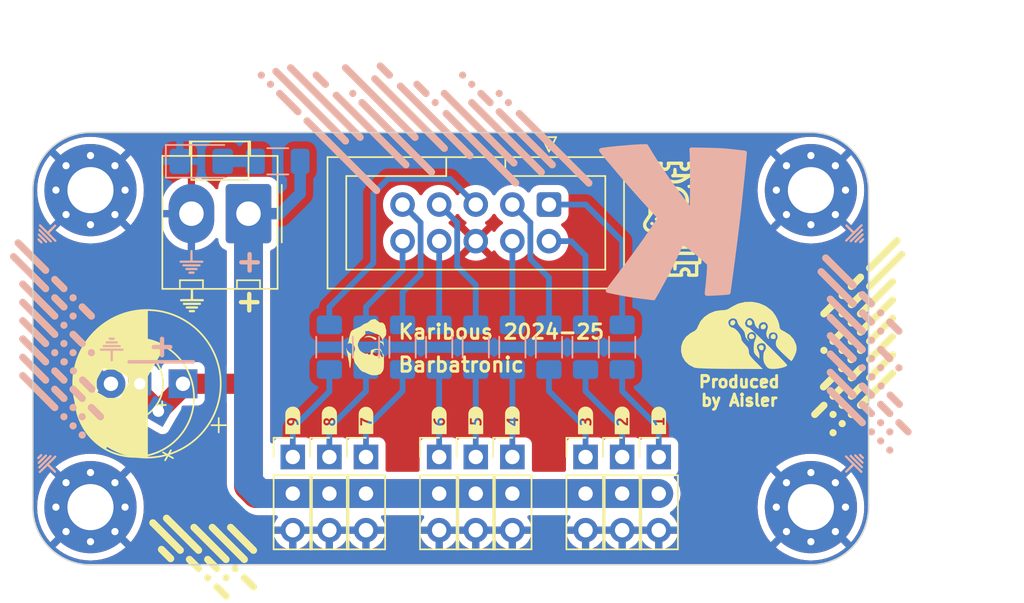
<source format=kicad_pcb>
(kicad_pcb (version 20240108) (generator "pcbnew") (generator_version "8.0")
  (title_block (title "Servo Adaptator") (date "2025-01-25") (rev "1") (company "Les Karibous") (comment 1 "Barbatronic") (comment 2 "Produced by Aisler"))
  (layers (0 "F.Cu" signal) (31 "B.Cu" signal) (34 "B.Paste" user) (35 "F.Paste" user) (36 "B.SilkS" user "B.Silkscreen") (37 "F.SilkS" user "F.Silkscreen") (38 "B.Mask" user) (39 "F.Mask" user) (44 "Edge.Cuts" user))
  (net 0 "")
  (net 1 "+5VP")
  (net 2 "GND")
  (net 3 "Net-(D1-A)")
  (net 4 "C_Act1-5")
  (net 5 "C_Act1-9")
  (net 6 "C_Act1-1")
  (net 7 "C_Act1-8")
  (net 8 "C_Act1-2")
  (net 9 "C_Act1-7")
  (net 10 "C_Act1-6")
  (net 11 "C_Act1-4")
  (net 12 "C_Act1-3")
  (net 13 "Net-(J3-Pin_1)")
  (net 14 "Net-(J4-Pin_1)")
  (net 15 "Net-(J5-Pin_1)")
  (net 16 "Net-(J6-Pin_1)")
  (net 17 "Net-(J7-Pin_1)")
  (net 18 "Net-(J8-Pin_1)")
  (net 19 "Net-(J9-Pin_1)")
  (net 20 "Net-(J10-Pin_1)")
  (net 21 "Net-(J11-Pin_1)")
  (footprint "kibuzzard-67951A22" (layer "F.Cu") (at 66.04 93.98 90)
    (property "Reference" "kibuzzard-67951A22" (hide yes))
    (property "Value" "G***" (hide yes))
  )
  (footprint "kibuzzard-67951A0B" (layer "F.Cu") (at 86.36 93.98 90)
    (property "Reference" "kibuzzard-67951A0B" (hide yes))
    (property "Value" "G***" (hide yes))
  )
  (footprint "MountingHole:MountingHole_3.2mm_M3_Pad_Via" (layer "F.Cu") (at 102 78)
    (property "Reference" "H1" (hide yes))
    (property "Value" "MountingHole_Pad" (hide yes))
    (pad "1" thru_hole circle (at -2.4 0) (size 0.8 0.8) (drill 0.5) (layers "*.Cu" "*.Mask") (net 2 "GND"))
    (pad "1" thru_hole circle (at -1.697056 -1.697056) (size 0.8 0.8) (drill 0.5) (layers "*.Cu" "*.Mask") (net 2 "GND"))
    (pad "1" thru_hole circle (at -1.697056 1.697056) (size 0.8 0.8) (drill 0.5) (layers "*.Cu" "*.Mask") (net 2 "GND"))
    (pad "1" thru_hole circle (at 0 -2.4) (size 0.8 0.8) (drill 0.5) (layers "*.Cu" "*.Mask") (net 2 "GND"))
    (pad "1" thru_hole circle (at 0 0) (size 6.4 6.4) (drill 3.2) (layers "*.Cu" "*.Mask") (net 2 "GND"))
    (pad "1" thru_hole circle (at 0 2.4) (size 0.8 0.8) (drill 0.5) (layers "*.Cu" "*.Mask") (net 2 "GND"))
    (pad "1" thru_hole circle (at 1.697056 -1.697056) (size 0.8 0.8) (drill 0.5) (layers "*.Cu" "*.Mask") (net 2 "GND"))
    (pad "1" thru_hole circle (at 1.697056 1.697056) (size 0.8 0.8) (drill 0.5) (layers "*.Cu" "*.Mask") (net 2 "GND"))
    (pad "1" thru_hole circle (at 2.4 0) (size 0.8 0.8) (drill 0.5) (layers "*.Cu" "*.Mask") (net 2 "GND"))
  )
  (footprint "Connector_PinHeader_2.54mm:PinHeader_1x03_P2.54mm_Vertical" (layer "F.Cu") (at 78.74 96.520001)
    (property "Reference" "J11" (hide yes))
    (property "Value" "Conn_01x03")
    (pad "1" thru_hole rect (at 0 0) (size 1.7 1.7) (drill 1) (layers "*.Cu" "*.Mask") (net 21 "Net-(J11-Pin_1)"))
    (pad "2" thru_hole oval (at 0 2.54) (size 1.7 1.7) (drill 1) (layers "*.Cu" "*.Mask") (net 1 "+5VP"))
    (pad "3" thru_hole oval (at 0 5.079999) (size 1.7 1.7) (drill 1) (layers "*.Cu" "*.Mask") (net 2 "GND"))
  )
  (footprint "Connector_PinHeader_2.54mm:PinHeader_1x03_P2.54mm_Vertical" (layer "F.Cu") (at 68.58 96.520001)
    (property "Reference" "J9" (hide yes))
    (property "Value" "Conn_01x03")
    (pad "1" thru_hole rect (at 0 0) (size 1.7 1.7) (drill 1) (layers "*.Cu" "*.Mask") (net 19 "Net-(J9-Pin_1)"))
    (pad "2" thru_hole oval (at 0 2.54) (size 1.7 1.7) (drill 1) (layers "*.Cu" "*.Mask") (net 1 "+5VP"))
    (pad "3" thru_hole oval (at 0 5.079999) (size 1.7 1.7) (drill 1) (layers "*.Cu" "*.Mask") (net 2 "GND"))
  )
  (footprint "Connector_PinHeader_2.54mm:PinHeader_1x03_P2.54mm_Vertical" (layer "F.Cu") (at 88.9 96.520001)
    (property "Reference" "J3" (hide yes))
    (property "Value" "Conn_01x03")
    (pad "1" thru_hole rect (at 0 0) (size 1.7 1.7) (drill 1) (layers "*.Cu" "*.Mask") (net 13 "Net-(J3-Pin_1)"))
    (pad "2" thru_hole oval (at 0 2.54) (size 1.7 1.7) (drill 1) (layers "*.Cu" "*.Mask") (net 1 "+5VP"))
    (pad "3" thru_hole oval (at 0 5.079999) (size 1.7 1.7) (drill 1) (layers "*.Cu" "*.Mask") (net 2 "GND"))
  )
  (footprint "kibuzzard-67951A17" (layer "F.Cu") (at 76.2 93.98 90)
    (property "Reference" "kibuzzard-67951A17" (hide yes))
    (property "Value" "G***" (hide yes))
  )
  (footprint "Capacitor_THT:CP_Radial_D8.0mm_P3.80mm" (layer "F.Cu") (at 56.710897 93.34 150)
    (property "Reference" "C2" (hide yes))
    (property "Value" "C_Polarized_Small" (hide yes))
    (pad "1" thru_hole rect (at 0 0 150) (size 1.6 1.6) (drill 0.8) (layers "*.Cu" "*.Mask") (net 1 "+5VP"))
    (pad "2" thru_hole circle (at 3.8 -0.000001 150) (size 1.6 1.6) (drill 0.8) (layers "*.Cu" "*.Mask") (net 2 "GND"))
  )
  (footprint "LOGO" (layer "F.Cu") (at 97.028 88.138)
    (property "Reference" "G***" (hide yes))
    (property "Value" "LOGO" (hide yes))
  )
  (footprint "LOGO" (layer "F.Cu") (at 59.048115 85.670378)
    (property "Reference" "G***" (hide yes))
    (property "Value" "LOGO" (hide yes))
  )
  (footprint "LOGO" (layer "F.Cu") (at 71.12 88.9)
    (property "Reference" "G***" (hide yes))
    (property "Value" "LOGO" (hide yes))
  )
  (footprint "kibuzzard-679519F0" (layer "F.Cu") (at 91.44 93.98 90)
    (property "Reference" "kibuzzard-679519F0" (hide yes))
    (property "Value" "G***" (hide yes))
  )
  (footprint "MountingHole:MountingHole_3.2mm_M3_Pad_Via" (layer "F.Cu") (at 102 100)
    (property "Reference" "H2" (hide yes))
    (property "Value" "MountingHole_Pad" (hide yes))
    (pad "1" thru_hole circle (at -2.4 0) (size 0.8 0.8) (drill 0.5) (layers "*.Cu" "*.Mask") (net 2 "GND"))
    (pad "1" thru_hole circle (at -1.697056 -1.697056) (size 0.8 0.8) (drill 0.5) (layers "*.Cu" "*.Mask") (net 2 "GND"))
    (pad "1" thru_hole circle (at -1.697056 1.697056) (size 0.8 0.8) (drill 0.5) (layers "*.Cu" "*.Mask") (net 2 "GND"))
    (pad "1" thru_hole circle (at 0 -2.4) (size 0.8 0.8) (drill 0.5) (layers "*.Cu" "*.Mask") (net 2 "GND"))
    (pad "1" thru_hole circle (at 0 0) (size 6.4 6.4) (drill 3.2) (layers "*.Cu" "*.Mask") (net 2 "GND"))
    (pad "1" thru_hole circle (at 0 2.4) (size 0.8 0.8) (drill 0.5) (layers "*.Cu" "*.Mask") (net 2 "GND"))
    (pad "1" thru_hole circle (at 1.697056 -1.697056) (size 0.8 0.8) (drill 0.5) (layers "*.Cu" "*.Mask") (net 2 "GND"))
    (pad "1" thru_hole circle (at 1.697056 1.697056) (size 0.8 0.8) (drill 0.5) (layers "*.Cu" "*.Mask") (net 2 "GND"))
    (pad "1" thru_hole circle (at 2.4 0) (size 0.8 0.8) (drill 0.5) (layers "*.Cu" "*.Mask") (net 2 "GND"))
  )
  (footprint "Capacitor_THT:CP_Radial_D10.0mm_P5.00mm" (layer "F.Cu") (at 58.42 91.44 180)
    (property "Reference" "C1" (hide yes))
    (property "Value" "C_Polarized_Small" (hide yes))
    (pad "1" thru_hole rect (at 0 0 180) (size 2 2) (drill 1) (layers "*.Cu" "*.Mask") (net 1 "+5VP"))
    (pad "2" thru_hole circle (at 5 0 180) (size 2 2) (drill 1) (layers "*.Cu" "*.Mask") (net 2 "GND"))
  )
  (footprint "MountingHole:MountingHole_3.2mm_M3_Pad_Via" (layer "F.Cu") (at 52 100)
    (property "Reference" "H4" (hide yes))
    (property "Value" "MountingHole_Pad" (hide yes))
    (pad "1" thru_hole circle (at -2.4 0) (size 0.8 0.8) (drill 0.5) (layers "*.Cu" "*.Mask") (net 2 "GND"))
    (pad "1" thru_hole circle (at -1.697056 -1.697056) (size 0.8 0.8) (drill 0.5) (layers "*.Cu" "*.Mask") (net 2 "GND"))
    (pad "1" thru_hole circle (at -1.697056 1.697056) (size 0.8 0.8) (drill 0.5) (layers "*.Cu" "*.Mask") (net 2 "GND"))
    (pad "1" thru_hole circle (at 0 -2.4) (size 0.8 0.8) (drill 0.5) (layers "*.Cu" "*.Mask") (net 2 "GND"))
    (pad "1" thru_hole circle (at 0 0) (size 6.4 6.4) (drill 3.2) (layers "*.Cu" "*.Mask") (net 2 "GND"))
    (pad "1" thru_hole circle (at 0 2.4) (size 0.8 0.8) (drill 0.5) (layers "*.Cu" "*.Mask") (net 2 "GND"))
    (pad "1" thru_hole circle (at 1.697056 -1.697056) (size 0.8 0.8) (drill 0.5) (layers "*.Cu" "*.Mask") (net 2 "GND"))
    (pad "1" thru_hole circle (at 1.697056 1.697056) (size 0.8 0.8) (drill 0.5) (layers "*.Cu" "*.Mask") (net 2 "GND"))
    (pad "1" thru_hole circle (at 2.4 0) (size 0.8 0.8) (drill 0.5) (layers "*.Cu" "*.Mask") (net 2 "GND"))
  )
  (footprint "kibuzzard-67951A10" (layer "F.Cu") (at 81.28 93.98 90)
    (property "Reference" "kibuzzard-67951A10" (hide yes))
    (property "Value" "G***" (hide yes))
  )
  (footprint "Connector_PinHeader_2.54mm:PinHeader_1x03_P2.54mm_Vertical" (layer "F.Cu") (at 86.36 96.520001)
    (property "Reference" "J10" (hide yes))
    (property "Value" "Conn_01x03")
    (pad "1" thru_hole rect (at 0 0) (size 1.7 1.7) (drill 1) (layers "*.Cu" "*.Mask") (net 20 "Net-(J10-Pin_1)"))
    (pad "2" thru_hole oval (at 0 2.54) (size 1.7 1.7) (drill 1) (layers "*.Cu" "*.Mask") (net 1 "+5VP"))
    (pad "3" thru_hole oval (at 0 5.079999) (size 1.7 1.7) (drill 1) (layers "*.Cu" "*.Mask") (net 2 "GND"))
  )
  (footprint "kibuzzard-67951A14" (layer "F.Cu") (at 78.74 93.98 90)
    (property "Reference" "kibuzzard-67951A14" (hide yes))
    (property "Value" "G***" (hide yes))
  )
  (footprint "Connector_PinHeader_2.54mm:PinHeader_1x03_P2.54mm_Vertical" (layer "F.Cu") (at 66.04 96.520001)
    (property "Reference" "J7" (hide yes))
    (property "Value" "Conn_01x03")
    (pad "1" thru_hole rect (at 0 0) (size 1.7 1.7) (drill 1) (layers "*.Cu" "*.Mask") (net 17 "Net-(J7-Pin_1)"))
    (pad "2" thru_hole oval (at 0 2.54) (size 1.7 1.7) (drill 1) (layers "*.Cu" "*.Mask") (net 1 "+5VP"))
    (pad "3" thru_hole oval (at 0 5.079999) (size 1.7 1.7) (drill 1) (layers "*.Cu" "*.Mask") (net 2 "GND"))
  )
  (footprint "Connector_PinHeader_2.54mm:PinHeader_1x03_P2.54mm_Vertical" (layer "F.Cu") (at 81.28 96.520001)
    (property "Reference" "J6" (hide yes))
    (property "Value" "Conn_01x03")
    (pad "1" thru_hole rect (at 0 0) (size 1.7 1.7) (drill 1) (layers "*.Cu" "*.Mask") (net 16 "Net-(J6-Pin_1)"))
    (pad "2" thru_hole oval (at 0 2.54) (size 1.7 1.7) (drill 1) (layers "*.Cu" "*.Mask") (net 1 "+5VP"))
    (pad "3" thru_hole oval (at 0 5.079999) (size 1.7 1.7) (drill 1) (layers "*.Cu" "*.Mask") (net 2 "GND"))
  )
  (footprint "Connector_PinHeader_2.54mm:PinHeader_1x03_P2.54mm_Vertical" (layer "F.Cu") (at 71.12 96.520001)
    (property "Reference" "J8" (hide yes))
    (property "Value" "Conn_01x03")
    (pad "1" thru_hole rect (at 0 0) (size 1.7 1.7) (drill 1) (layers "*.Cu" "*.Mask") (net 18 "Net-(J8-Pin_1)"))
    (pad "2" thru_hole oval (at 0 2.54) (size 1.7 1.7) (drill 1) (layers "*.Cu" "*.Mask") (net 1 "+5VP"))
    (pad "3" thru_hole oval (at 0 5.079999) (size 1.7 1.7) (drill 1) (layers "*.Cu" "*.Mask") (net 2 "GND"))
  )
  (footprint "kibuzzard-67951A07" (layer "F.Cu") (at 88.9 93.98 90)
    (property "Reference" "kibuzzard-67951A07" (hide yes))
    (property "Value" "G***" (hide yes))
  )
  (footprint "Connector_PinHeader_2.54mm:PinHeader_1x03_P2.54mm_Vertical" (layer "F.Cu") (at 91.44 96.520001)
    (property "Reference" "J5" (hide yes))
    (property "Value" "Conn_01x03")
    (pad "1" thru_hole rect (at 0 0) (size 1.7 1.7) (drill 1) (layers "*.Cu" "*.Mask") (net 15 "Net-(J5-Pin_1)"))
    (pad "2" thru_hole oval (at 0 2.54) (size 1.7 1.7) (drill 1) (layers "*.Cu" "*.Mask") (net 1 "+5VP"))
    (pad "3" thru_hole oval (at 0 5.079999) (size 1.7 1.7) (drill 1) (layers "*.Cu" "*.Mask") (net 2 "GND"))
  )
  (footprint "Connector_PinHeader_2.54mm:PinHeader_1x03_P2.54mm_Vertical" (layer "F.Cu") (at 76.2 96.520001)
    (property "Reference" "J4" (hide yes))
    (property "Value" "Conn_01x03")
    (pad "1" thru_hole rect (at 0 0) (size 1.7 1.7) (drill 1) (layers "*.Cu" "*.Mask") (net 14 "Net-(J4-Pin_1)"))
    (pad "2" thru_hole oval (at 0 2.54) (size 1.7 1.7) (drill 1) (layers "*.Cu" "*.Mask") (net 1 "+5VP"))
    (pad "3" thru_hole oval (at 0 5.079999) (size 1.7 1.7) (drill 1) (layers "*.Cu" "*.Mask") (net 2 "GND"))
  )
  (footprint "Capacitor_THT:CP_Radial_D5.0mm_P2.00mm" (layer "F.Cu") (at 55.420001 91.44 180)
    (property "Reference" "C3" (at 1 -3.75 0) (layer "F.SilkS"))
    (property "Value" "C_Polarized_Small" (hide yes))
    (pad "1" thru_hole rect (at 0 0 180) (size 1.6 1.6) (drill 0.8) (layers "*.Cu" "*.Mask") (net 1 "+5VP"))
    (pad "2" thru_hole circle (at 2.000001 0 180) (size 1.6 1.6) (drill 0.8) (layers "*.Cu" "*.Mask") (net 2 "GND"))
  )
  (footprint "kibuzzard-67951A1B" (layer "F.Cu") (at 71.12 93.98 90)
    (property "Reference" "kibuzzard-67951A1B" (hide yes))
    (property "Value" "G***" (hide yes))
  )
  (footprint "kibuzzard-67951A1E" (layer "F.Cu") (at 68.58 93.98 90)
    (property "Reference" "kibuzzard-67951A1E" (hide yes))
    (property "Value" "G***" (hide yes))
  )
  (footprint "LOGO" (layer "F.Cu") (at 92.563496 80.017431)
    (property "Reference" "G***" (hide yes))
    (property "Value" "LOGO" (hide yes))
  )
  (footprint "Connector_Molex:Molex_KK-396_A-41791-0002_1x02_P3.96mm_Vertical" (layer "F.Cu") (at 62.96618 79.631971 180)
    (property "Reference" "J2" (hide yes))
    (property "Value" "Conn_01x02")
    (pad "1" thru_hole roundrect (at 0 0 180) (size 3.16 4.1) (drill 1.7) (layers "*.Cu" "*.Mask") (roundrect_rratio 0.079114) (net 1 "+5VP"))
    (pad "2" thru_hole oval (at 3.96 0 180) (size 3.16 4.1) (drill 1.7) (layers "*.Cu" "*.Mask") (net 2 "GND"))
  )
  (footprint "Connector_IDC:IDC-Header_2x05_P2.54mm_Vertical" (layer "F.Cu") (at 83.82 79 -90)
    (property "Reference" "J1" (hide yes))
    (property "Value" "Conn_02x05_Odd_Even")
    (pad "1" thru_hole roundrect (at 0 0 270) (size 1.7 1.7) (drill 1) (layers "*.Cu" "*.Mask") (roundrect_rratio 0.147059) (net 6 "C_Act1-1"))
    (pad "2" thru_hole circle (at 2.54 0 270) (size 1.7 1.7) (drill 1) (layers "*.Cu" "*.Mask") (net 8 "C_Act1-2"))
    (pad "3" thru_hole circle (at 0 2.54 270) (size 1.7 1.7) (drill 1) (layers "*.Cu" "*.Mask") (net 12 "C_Act1-3"))
    (pad "4" thru_hole circle (at 2.54 2.54 270) (size 1.7 1.7) (drill 1) (layers "*.Cu" "*.Mask") (net 11 "C_Act1-4"))
    (pad "5" thru_hole circle (at 0 5.079999 270) (size 1.7 1.7) (drill 1) (layers "*.Cu" "*.Mask") (net 5 "C_Act1-9"))
    (pad "6" thru_hole circle (at 2.54 5.08 270) (size 1.7 1.7) (drill 1) (layers "*.Cu" "*.Mask") (net 2 "GND"))
    (pad "7" thru_hole circle (at 0 7.62 270) (size 1.7 1.7) (drill 1) (layers "*.Cu" "*.Mask") (net 4 "C_Act1-5"))
    (pad "8" thru_hole circle (at 2.54 7.62 270) (size 1.7 1.7) (drill 1) (layers "*.Cu" "*.Mask") (net 10 "C_Act1-6"))
    (pad "9" thru_hole circle (at 0 10.16 270) (size 1.7 1.7) (drill 1) (layers "*.Cu" "*.Mask") (net 9 "C_Act1-7"))
    (pad "10" thru_hole circle (at 2.54 10.16 270) (size 1.7 1.7) (drill 1) (layers "*.Cu" "*.Mask") (net 7 "C_Act1-8"))
  )
  (footprint "MountingHole:MountingHole_3.2mm_M3_Pad_Via" (layer "F.Cu") (at 52 78)
    (property "Reference" "H3" (hide yes))
    (property "Value" "MountingHole_Pad" (hide yes))
    (pad "1" thru_hole circle (at -2.4 0) (size 0.8 0.8) (drill 0.5) (layers "*.Cu" "*.Mask") (net 2 "GND"))
    (pad "1" thru_hole circle (at -1.697056 -1.697056) (size 0.8 0.8) (drill 0.5) (layers "*.Cu" "*.Mask") (net 2 "GND"))
    (pad "1" thru_hole circle (at -1.697056 1.697056) (size 0.8 0.8) (drill 0.5) (layers "*.Cu" "*.Mask") (net 2 "GND"))
    (pad "1" thru_hole circle (at 0 -2.4) (size 0.8 0.8) (drill 0.5) (layers "*.Cu" "*.Mask") (net 2 "GND"))
    (pad "1" thru_hole circle (at 0 0) (size 6.4 6.4) (drill 3.2) (layers "*.Cu" "*.Mask") (net 2 "GND"))
    (pad "1" thru_hole circle (at 0 2.4) (size 0.8 0.8) (drill 0.5) (layers "*.Cu" "*.Mask") (net 2 "GND"))
    (pad "1" thru_hole circle (at 1.697056 -1.697056) (size 0.8 0.8) (drill 0.5) (layers "*.Cu" "*.Mask") (net 2 "GND"))
    (pad "1" thru_hole circle (at 1.697056 1.697056) (size 0.8 0.8) (drill 0.5) (layers "*.Cu" "*.Mask") (net 2 "GND"))
    (pad "1" thru_hole circle (at 2.4 0) (size 0.8 0.8) (drill 0.5) (layers "*.Cu" "*.Mask") (net 2 "GND"))
  )
  (footprint "Resistor_SMD:R_1206_3216Metric_Pad1.30x1.75mm_HandSolder" (layer "B.Cu") (at 73.66 88.9 90)
    (property "Reference" "R8" (hide yes))
    (property "Value" "220")
    (pad "1" smd roundrect (at -1.550001 0 90) (size 1.3 1.75) (layers "B.Cu" "B.Paste" "B.Mask") (roundrect_rratio 0.192308) (net 18 "Net-(J8-Pin_1)"))
    (pad "2" smd roundrect (at 1.550001 0 90) (size 1.3 1.75) (layers "B.Cu" "B.Paste" "B.Mask") (roundrect_rratio 0.192308) (net 9 "C_Act1-7"))
  )
  (footprint "Resistor_SMD:R_1206_3216Metric_Pad1.30x1.75mm_HandSolder" (layer "B.Cu") (at 81.28 88.9 90)
    (property "Reference" "R5" (hide yes))
    (property "Value" "220")
    (pad "1" smd roundrect (at -1.550001 0 90) (size 1.3 1.75) (layers "B.Cu" "B.Paste" "B.Mask") (roundrect_rratio 0.192308) (net 16 "Net-(J6-Pin_1)"))
    (pad "2" smd roundrect (at 1.550001 0 90) (size 1.3 1.75) (layers "B.Cu" "B.Paste" "B.Mask") (roundrect_rratio 0.192308) (net 11 "C_Act1-4"))
  )
  (footprint "LED_SMD:LED_1206_3216Metric_Pad1.42x1.75mm_HandSolder" (layer "B.Cu") (at 59.69 76)
    (property "Reference" "D1" (hide yes))
    (property "Value" "LED_Small")
    (pad "1" smd roundrect (at -1.4875 0) (size 1.425 1.75) (layers "B.Cu" "B.Paste" "B.Mask") (roundrect_rratio 0.175439) (net 2 "GND"))
    (pad "2" smd roundrect (at 1.4875 0) (size 1.425 1.75) (layers "B.Cu" "B.Paste" "B.Mask") (roundrect_rratio 0.175439) (net 3 "Net-(D1-A)"))
  )
  (footprint "Resistor_SMD:R_1206_3216Metric_Pad1.30x1.75mm_HandSolder" (layer "B.Cu") (at 76.2 88.9 90)
    (property "Reference" "R7" (hide yes))
    (property "Value" "220")
    (pad "1" smd roundrect (at -1.550001 0 90) (size 1.3 1.75) (layers "B.Cu" "B.Paste" "B.Mask") (roundrect_rratio 0.192308) (net 14 "Net-(J4-Pin_1)"))
    (pad "2" smd roundrect (at 1.550001 0 90) (size 1.3 1.75) (layers "B.Cu" "B.Paste" "B.Mask") (roundrect_rratio 0.192308) (net 10 "C_Act1-6"))
  )
  (footprint "LOGO" (layer "B.Cu") (at 59 83 180)
    (property "Reference" "G***" (hide yes))
    (property "Value" "LOGO" (hide yes))
  )
  (footprint "Resistor_SMD:R_1206_3216Metric_Pad1.30x1.75mm_HandSolder" (layer "B.Cu") (at 86.36 88.9 90)
    (property "Reference" "R3" (hide yes))
    (property "Value" "220")
    (pad "1" smd roundrect (at -1.550001 0 90) (size 1.3 1.75) (layers "B.Cu" "B.Paste" "B.Mask") (roundrect_rratio 0.192308) (net 13 "Net-(J3-Pin_1)"))
    (pad "2" smd roundrect (at 1.550001 0 90) (size 1.3 1.75) (layers "B.Cu" "B.Paste" "B.Mask") (roundrect_rratio 0.192308) (net 8 "C_Act1-2"))
  )
  (footprint "Resistor_SMD:R_1206_3216Metric_Pad1.30x1.75mm_HandSolder" (layer "B.Cu") (at 71.12 88.9 90)
    (property "Reference" "R9" (hide yes))
    (property "Value" "220")
    (pad "1" smd roundrect (at -1.550001 0 90) (size 1.3 1.75) (layers "B.Cu" "B.Paste" "B.Mask") (roundrect_rratio 0.192308) (net 19 "Net-(J9-Pin_1)"))
    (pad "2" smd roundrect (at 1.550001 0 90) (size 1.3 1.75) (layers "B.Cu" "B.Paste" "B.Mask") (roundrect_rratio 0.192308) (net 7 "C_Act1-8"))
  )
  (footprint "LOGO" (layer "B.Cu") (at 105 81 -135)
    (property "Reference" "G***" (hide yes))
    (property "Value" "LOGO" (hide yes))
  )
  (footprint "LOGO" (layer "B.Cu") (at 49 81 135)
    (property "Reference" "G***" (hide yes))
    (property "Value" "LOGO" (hide yes))
  )
  (footprint "Resistor_SMD:R_1206_3216Metric_Pad1.30x1.75mm_HandSolder" (layer "B.Cu") (at 78.74 88.9 90)
    (property "Reference" "R6" (hide yes))
    (property "Value" "220")
    (pad "1" smd roundrect (at -1.550001 0 90) (size 1.3 1.75) (layers "B.Cu" "B.Paste" "B.Mask") (roundrect_rratio 0.192308) (net 21 "Net-(J11-Pin_1)"))
    (pad "2" smd roundrect (at 1.550001 0 90) (size 1.3 1.75) (layers "B.Cu" "B.Paste" "B.Mask") (roundrect_rratio 0.192308) (net 4 "C_Act1-5"))
  )
  (footprint "Resistor_SMD:R_1206_3216Metric_Pad1.30x1.75mm_HandSolder" (layer "B.Cu") (at 65 76 180)
    (property "Reference" "R1" (hide yes))
    (property "Value" "R_Small")
    (pad "1" smd roundrect (at -1.550001 0 180) (size 1.3 1.75) (layers "B.Cu" "B.Paste" "B.Mask") (roundrect_rratio 0.192308) (net 1 "+5VP"))
    (pad "2" smd roundrect (at 1.550001 0 180) (size 1.3 1.75) (layers "B.Cu" "B.Paste" "B.Mask") (roundrect_rratio 0.192308) (net 3 "Net-(D1-A)"))
  )
  (footprint "Resistor_SMD:R_1206_3216Metric_Pad1.30x1.75mm_HandSolder" (layer "B.Cu") (at 88.9 88.9 90)
    (property "Reference" "R2" (hide yes))
    (property "Value" "220")
    (pad "1" smd roundrect (at -1.550001 0 90) (size 1.3 1.75) (layers "B.Cu" "B.Paste" "B.Mask") (roundrect_rratio 0.192308) (net 15 "Net-(J5-Pin_1)"))
    (pad "2" smd roundrect (at 1.550001 0 90) (size 1.3 1.75) (layers "B.Cu" "B.Paste" "B.Mask") (roundrect_rratio 0.192308) (net 6 "C_Act1-1"))
  )
  (footprint "LOGO" (layer "B.Cu") (at 49 97 45)
    (property "Reference" "G***" (hide yes))
    (property "Value" "LOGO" (hide yes))
  )
  (footprint "Resistor_SMD:R_1206_3216Metric_Pad1.30x1.75mm_HandSolder" (layer "B.Cu") (at 83.82 88.9 90)
    (property "Reference" "R4" (hide yes))
    (property "Value" "220")
    (pad "1" smd roundrect (at -1.550001 0 90) (size 1.3 1.75) (layers "B.Cu" "B.Paste" "B.Mask") (roundrect_rratio 0.192308) (net 20 "Net-(J10-Pin_1)"))
    (pad "2" smd roundrect (at 1.550001 0 90) (size 1.3 1.75) (layers "B.Cu" "B.Paste" "B.Mask") (roundrect_rratio 0.192308) (net 12 "C_Act1-3"))
  )
  (footprint "LOGO" (layer "B.Cu") (at 53.482081 89.040057)
    (property "Reference" "G***" (hide yes))
    (property "Value" "LOGO" (hide yes))
  )
  (footprint "Resistor_SMD:R_1206_3216Metric_Pad1.30x1.75mm_HandSolder" (layer "B.Cu") (at 68.58 88.9 90)
    (property "Reference" "R10" (hide yes))
    (property "Value" "220")
    (pad "1" smd roundrect (at -1.550001 0 90) (size 1.3 1.75) (layers "B.Cu" "B.Paste" "B.Mask") (roundrect_rratio 0.192308) (net 17 "Net-(J7-Pin_1)"))
    (pad "2" smd roundrect (at 1.550001 0 90) (size 1.3 1.75) (layers "B.Cu" "B.Paste" "B.Mask") (roundrect_rratio 0.192308) (net 5 "C_Act1-9"))
  )
  (footprint "LOGO" (layer "B.Cu") (at 105 97 -45)
    (property "Reference" "G***" (hide yes))
    (property "Value" "LOGO" (hide yes))
  )
  (gr_line (start 50.15609 93.725488) (end 50.15609 93.725488) (stroke (width 0.5)) (layer "B.SilkS"))
  (gr_line (start 108.108751 90.32875) (end 108.108751 90.32875) (stroke (width 0.5)) (layer "B.SilkS"))
  (gr_line (start 78.462267 70.652426) (end 78.462267 70.652426) (stroke (width 0.5)) (layer "B.SilkS"))
  (gr_line (start 46.66359 82.612989) (end 48.88609 84.835489) (stroke (width 0.5)) (layer "B.SilkS"))
  (gr_line (start 66.397267 72.557426) (end 65.127267 71.287426) (stroke (width 0.5)) (layer "B.SilkS"))
  (gr_line (start 69.698823 74.588982) (end 64.871935 69.762094) (stroke (width 0.5)) (layer "B.SilkS"))
  (gr_line (start 73.890711 76.240869) (end 69.063823 71.413982) (stroke (width 0.5)) (layer "B.SilkS"))
  (gr_line (start 83.289155 76.749314) (end 78.462267 71.922426) (stroke (width 0.5)) (layer "B.SilkS"))
  (gr_line (start 71.859155 78.019314) (end 67.032267 73.192426) (stroke (width 0.5)) (layer "B.SilkS"))
  (gr_line (start 75.669155 76.749314) (end 70.842267 71.922426) (stroke (width 0.5)) (layer "B.SilkS"))
  (gr_line (start 81.384155 76.114314) (end 76.557267 71.287426) (stroke (width 0.5)) (layer "B.SilkS"))
  (gr_line (start 50.15609 87.375488) (end 50.15609 87.375488) (stroke (width 0.5)) (layer "B.SilkS"))
  (gr_line (start 63.857267 70.017426) (end 63.857267 70.017426) (stroke (width 0.5)) (layer "B.SilkS"))
  (gr_line (start 49.521089 91.820489) (end 50.15609 92.455489) (stroke (width 0.5)) (layer "B.SilkS"))
  (gr_line (start 102.71125 83.661251) (end 104.93375 85.883751) (stroke (width 0.5)) (layer "B.SilkS"))
  (gr_line (start 59.135 89.916001) (end 54.689999 89.916001) (stroke (width 0.25)) (layer "B.SilkS"))
  (gr_line (start 51.42609 94.995489) (end 51.42609 94.995489) (stroke (width 0.5)) (layer "B.SilkS"))
  (gr_line (start 52.061091 89.280488) (end 52.061091 89.280488) (stroke (width 0.5)) (layer "B.SilkS"))
  (gr_line (start 78.335711 75.60587) (end 73.508823 70.778982) (stroke (width 0.5)) (layer "B.SilkS"))
  (gr_line (start 52.06109 93.090489) (end 52.69609 93.725489) (stroke (width 0.5)) (layer "B.SilkS"))
  (gr_line (start 86.590711 77.51087) (end 81.763823 72.683982) (stroke (width 0.5)) (layer "B.SilkS"))
  (gr_line (start 106.838749 87.788751) (end 106.838749 87.788751) (stroke (width 0.5)) (layer "B.SilkS"))
  (gr_line (start 50.791089 93.090489) (end 50.791089 93.090489) (stroke (width 0.5)) (layer "B.SilkS"))
  (gr_line (start 74.525711 74.33587) (end 69.698823 69.508982) (stroke (width 0.5)) (layer "B.SilkS"))
  (gr_line (start 84.05071 76.24087) (end 80.367267 72.557426) (stroke (width 0.5)) (layer "B.SilkS"))
  (gr_line (start 103.34625 86.836251) (end 105.568749 89.058751) (stroke (width 0.5)) (layer "B.SilkS"))
  (gr_line (start 46.98109 81.660489) (end 48.88609 83.565489) (stroke (width 0.5)) (layer "B.SilkS"))
  (gr_line (start 105.56875 85.248751) (end 106.20375 85.883751) (stroke (width 0.5)) (layer "B.SilkS"))
  (gr_line (start 106.83875 90.328751) (end 106.83875 90.328751) (stroke (width 0.5)) (layer "B.SilkS"))
  (gr_line (start 105.568749 90.32875) (end 105.568749 90.32875) (stroke (width 0.5)) (layer "B.SilkS"))
  (gr_poly (pts (xy 91.347973 85.044308) (xy 91.551844 84.680894) (xy 91.756253 84.305633) (xy 91.958526 83.923791) (xy 92.155985 83.540633) (xy 92.345956 83.161425) (xy 92.52576 82.791434) (xy 92.692724 82.435924) (xy 92.84417 82.100162) (xy 93.061918 81.605892) (xy 93.300917 81.772446) (xy 93.466922 81.890865) (xy 93.638296 82.018389) (xy 93.813733 82.153955) (xy 93.991927 82.296502) (xy 94.171572 82.444967) (xy 94.351361 82.598288) (xy 94.529988 82.755402) (xy 94.706148 82.915248) (xy 94.92568 83.117628) (xy 94.919942 83.344576) (xy 94.914305 83.477095) (xy 94.90354 83.650594) (xy 94.870712 84.072738) (xy 94.829627 84.515424) (xy 94.80854 84.7146) (xy 94.788453 84.883066) (xy 94.781015 84.944591) (xy 94.774975 85.002544) (xy 94.770402 85.055617) (xy 94.767364 85.102503) (xy 94.765928 85.141892) (xy 94.766162 85.172477) (xy 94.766926 85.18406) (xy 94.768134 85.192951) (xy 94.769792 85.198986) (xy 94.771911 85.202004) (xy 94.789084 85.204313) (xy 94.828533 85.20505) (xy 94.962895 85.202392) (xy 95.373944 85.18464) (xy 95.82326 85.158105) (xy 96.005456 85.144468) (xy 96.129043 85.132145) (xy 96.290247 85.111181) (xy 96.431538 84.089676) (xy 96.586211 82.939012) (xy 96.746402 81.689949) (xy 96.899272 80.444788) (xy 97.03198 79.30583) (xy 97.282373 76.919635) (xy 97.387448 75.84884) (xy 97.425116 75.396506) (xy 97.38752 75.389221) (xy 97.291047 75.37591) (xy 96.970362 75.336908) (xy 96.560849 75.290884) (xy 96.160297 75.249228) (xy 96.047664 75.23982) (xy 95.903069 75.23035) (xy 95.541956 75.212251) (xy 95.124881 75.196986) (xy 94.699769 75.18661) (xy 93.698176 75.169041) (xy 93.722677 75.595155) (xy 93.738572 76.362343) (xy 93.741211 77.546544) (xy 93.73196 78.670646) (xy 93.723303 79.061061) (xy 93.712186 79.257535) (xy 93.68796 79.414481) (xy 93.255736 78.857814) (xy 92.897144 78.388714) (xy 92.543494 77.911753) (xy 92.197559 77.430965) (xy 91.862109 76.950384) (xy 91.539919 76.474043) (xy 91.233759 76.005976) (xy 90.946402 75.550218) (xy 90.68062 75.110801) (xy 90.580002 74.94055) (xy 90.401359 74.94055) (xy 90.09864 74.94995) (xy 89.685206 74.975282) (xy 88.708478 75.056535) (xy 88.236323 75.10385) (xy 87.835735 75.149889) (xy 87.552281 75.190349) (xy 87.468721 75.207142) (xy 87.431534 75.220928) (xy 87.428429 75.22392) (xy 87.427754 75.224653) (xy 87.427146 75.225412) (xy 87.426616 75.226215) (xy 87.426178 75.227076) (xy 87.425845 75.228013) (xy 87.425629 75.229041) (xy 87.425543 75.230178) (xy 87.4256 75.231439) (xy 87.425813 75.23284) (xy 87.426194 75.234399) (xy 87.426757 75.236131) (xy 87.427513 75.238053) (xy 87.428477 75.24018) (xy 87.42966 75.24253) (xy 87.431075 75.245119) (xy 87.432736 75.247963) (xy 87.434654 75.251077) (xy 87.436844 75.25448) (xy 87.442086 75.262213) (xy 87.448564 75.271291) (xy 87.456382 75.281847) (xy 87.46564 75.29401) (xy 87.476442 75.30791) (xy 87.48889 75.323678) (xy 87.503085 75.341446) (xy 87.519131 75.361342) (xy 87.537129 75.383499) (xy 87.557182 75.408046) (xy 87.579393 75.435113) (xy 87.630694 75.497334) (xy 87.69185 75.571204) (xy 87.763682 75.657768) (xy 87.94264 75.873158) (xy 88.782363 76.871654) (xy 89.591139 77.80965) (xy 90.34765 78.662748) (xy 91.030574 79.406556) (xy 91.133823 79.517627) (xy 91.226207 79.619102) (xy 91.306642 79.709691) (xy 91.374044 79.78811) (xy 91.42733 79.853069) (xy 91.465416 79.903282) (xy 91.47842 79.922456) (xy 91.487219 79.937461) (xy 91.491675 79.948135) (xy 91.492233 79.951798) (xy 91.491654 79.954319) (xy 91.424698 80.059918) (xy 91.307332 80.23781) (xy 90.973379 80.73385) (xy 90.593798 81.28919) (xy 90.272594 81.75058) (xy 89.839068 82.350937) (xy 89.287175 83.099255) (xy 88.713719 83.865267) (xy 88.215505 84.518709) (xy 88.146969 84.608272) (xy 88.083861 84.69261) (xy 88.027502 84.769823) (xy 87.979215 84.838008) (xy 87.94032 84.895262) (xy 87.912141 84.939685) (xy 87.902482 84.95649) (xy 87.895998 84.969373) (xy 87.892854 84.978098) (xy 87.892586 84.980826) (xy 87.893214 84.982426) (xy 87.908423 84.989095) (xy 87.9425 84.999058) (xy 88.060176 85.027453) (xy 88.232084 85.064774) (xy 88.444062 85.108187) (xy 88.931591 85.201945) (xy 89.178822 85.246619) (xy 89.409485 85.286043) (xy 89.729169 85.335741) (xy 90.099691 85.388102) (xy 90.510024 85.44163) (xy 90.949143 85.494829) (xy 91.082383 85.510391) (xy 91.347973 85.044308)) (stroke (width 0.264582)) (fill solid) (layer "B.SilkS"))
  (gr_line (start 51.42609 92.455488) (end 50.79109 91.820489) (stroke (width 0.5)) (layer "B.SilkS"))
  (gr_line (start 81.002267 71.922426) (end 81.002267 71.922426) (stroke (width 0.5)) (layer "B.SilkS"))
  (gr_line (start 105.56875 91.598751) (end 106.20375 92.233751) (stroke (width 0.5)) (layer "B.SilkS"))
  (gr_line (start 108.10875 94.138751) (end 108.74375 94.773751) (stroke (width 0.5)) (layer "B.SilkS"))
  (gr_line (start 49.521089 89.280488) (end 49.521089 89.280488) (stroke (width 0.5)) (layer "B.SilkS"))
  (gr_line (start 50.15609 89.915489) (end 50.184609 89.915489) (stroke (width 0.5)) (layer "B.SilkS"))
  (gr_line (start 47.29859 84.517987) (end 49.52109 86.740489) (stroke (width 0.5)) (layer "B.SilkS"))
  (gr_line (start 50.79109 89.280489) (end 50.79109 89.280489) (stroke (width 0.5)) (layer "B.SilkS"))
  (gr_line (start 47.29859 89.597989) (end 48.88609 91.185489) (stroke (width 0.5)) (layer "B.SilkS"))
  (gr_line (start 50.819608 90.54409) (end 50.819608 90.54409) (stroke (width 0.5)) (layer "B.SilkS"))
  (gr_line (start 107.47375 94.773751) (end 107.47375 94.773751) (stroke (width 0.5)) (layer "B.SilkS"))
  (gr_line (start 51.42609 93.725489) (end 51.42609 93.725489) (stroke (width 0.5)) (layer "B.SilkS"))
  (gr_line (start 70.715711 74.33587) (end 65.888823 69.508982) (stroke (width 0.5)) (layer "B.SilkS"))
  (gr_line (start 50.79109 88.010489) (end 51.426091 88.645488) (stroke (width 0.5)) (layer "B.SilkS"))
  (gr_line (start 106.20375 90.963751) (end 106.232269 90.963751) (stroke (width 0.5)) (layer "B.SilkS"))
  (gr_line (start 103.34625 88.10625) (end 104.93375 89.69375) (stroke (width 0.5)) (layer "B.SilkS"))
  (gr_line (start 103.02875 82.708751) (end 104.93375 84.613751) (stroke (width 0.5)) (layer "B.SilkS"))
  (gr_line (start 106.83875 89.058751) (end 107.473751 89.69375) (stroke (width 0.5)) (layer "B.SilkS"))
  (gr_line (start 107.47375 93.50375) (end 106.83875 92.868751) (stroke (width 0.5)) (layer "B.SilkS"))
  (gr_line (start 49.52109 90.550489) (end 50.15609 91.185489) (stroke (width 0.5)) (layer "B.SilkS"))
  (gr_line (start 50.79109 85.470489) (end 50.79109 85.470489) (stroke (width 0.5)) (layer "B.SilkS"))
  (gr_line (start 80.367267 71.287426) (end 80.367267 71.287426) (stroke (width 0.5)) (layer "B.SilkS"))
  (gr_line (start 47.29859 85.787989) (end 49.521089 88.010489) (stroke (width 0.5)) (layer "B.SilkS"))
  (gr_line (start 70.207267 71.287426) (end 70.207267 71.287426) (stroke (width 0.5)) (layer "B.SilkS"))
  (gr_line (start 49.52109 84.200489) (end 50.15609 84.835489) (stroke (width 0.5)) (layer "B.SilkS"))
  (gr_line (start 103.346249 91.91625) (end 105.56875 94.138751) (stroke (width 0.5)) (layer "B.SilkS"))
  (gr_line (start 106.838749 95.40875) (end 106.838749 95.40875) (stroke (width 0.5)) (layer "B.SilkS"))
  (gr_line (start 75.287267 71.287426) (end 74.652267 70.652426) (stroke (width 0.5)) (layer "B.SilkS"))
  (gr_line (start 47.29859 88.327989) (end 48.88609 89.915489) (stroke (width 0.5)) (layer "B.SilkS"))
  (gr_line (start 76.557267 75.097426) (end 71.730379 70.270538) (stroke (width 0.5)) (layer "B.SilkS"))
  (gr_line (start 105.568749 86.51875) (end 106.20375 87.153751) (stroke (width 0.5)) (layer "B.SilkS"))
  (gr_line (start 107.47375 96.043751) (end 107.47375 96.043751) (stroke (width 0.5)) (layer "B.SilkS"))
  (gr_line (start 50.15609 88.645489) (end 50.15609 88.645489) (stroke (width 0.5)) (layer "B.SilkS"))
  (gr_line (start 51.454609 91.17909) (end 52.089609 91.81409) (stroke (width 0.5)) (layer "B.SilkS"))
  (gr_line (start 51.42609 86.105488) (end 52.06109 86.740489) (stroke (width 0.5)) (layer "B.SilkS"))
  (gr_line (start 47.298589 90.867988) (end 49.52109 93.090489) (stroke (width 0.5)) (layer "B.SilkS"))
  (gr_line (start 79.732267 71.922426) (end 79.097267 71.287427) (stroke (width 0.5)) (layer "B.SilkS"))
  (gr_line (start 103.34625 89.376251) (end 104.93375 90.963751) (stroke (width 0.5)) (layer "B.SilkS"))
  (gr_line (start 107.47375 87.15375) (end 108.10875 87.788751) (stroke (width 0.5)) (layer "B.SilkS"))
  (gr_line (start 50.791089 86.740489) (end 50.791089 86.740489) (stroke (width 0.5)) (layer "B.SilkS"))
  (gr_line (start 106.20375 94.77375) (end 106.20375 94.77375) (stroke (width 0.5)) (layer "B.SilkS"))
  (gr_line (start 107.502269 92.227352) (end 108.137269 92.862352) (stroke (width 0.5)) (layer "B.SilkS"))
  (gr_line (start 106.867268 91.592352) (end 106.867268 91.592352) (stroke (width 0.5)) (layer "B.SilkS"))
  (gr_line (start 72.747267 70.017426) (end 72.112267 69.382426) (stroke (width 0.5)) (layer "B.SilkS"))
  (gr_line (start 106.20375 88.42375) (end 106.20375 88.42375) (stroke (width 0.5)) (layer "B.SilkS"))
  (gr_line (start 106.20375 89.693751) (end 106.20375 89.693751) (stroke (width 0.5)) (layer "B.SilkS"))
  (gr_line (start 49.521089 85.470488) (end 50.15609 86.105489) (stroke (width 0.5)) (layer "B.SilkS"))
  (gr_line (start 47.29859 87.057988) (end 48.88609 88.645488) (stroke (width 0.5)) (layer "B.SilkS"))
  (gr_line (start 103.34625 85.566249) (end 105.56875 87.788751) (stroke (width 0.5)) (layer "B.SilkS"))
  (gr_line (start 64.492267 70.652426) (end 64.492267 70.652426) (stroke (width 0.5)) (layer "B.SilkS"))
  (gr_line (start 106.838749 94.138751) (end 106.838749 94.138751) (stroke (width 0.5)) (layer "B.SilkS"))
  (gr_line (start 106.83875 86.518751) (end 106.83875 86.518751) (stroke (width 0.5)) (layer "B.SilkS"))
  (gr_line (start 103.34625 90.646251) (end 104.93375 92.233751) (stroke (width 0.5)) (layer "B.SilkS"))
  (gr_line (start 75.922267 71.922425) (end 75.922267 71.922425) (stroke (width 0.5)) (layer "B.SilkS"))
  (gr_line (start 105.568749 92.868751) (end 106.20375 93.503751) (stroke (width 0.5)) (layer "B.SilkS"))
  (gr_line (start 68.302267 70.652426) (end 67.667267 70.017425) (stroke (width 0.5)) (layer "B.SilkS"))
  (gr_line (start 81.510711 77.51087) (end 76.683823 72.683982) (stroke (width 0.5)) (layer "B.SilkS"))
  (gr_line (start 77.827266 70.017426) (end 77.827266 70.017426) (stroke (width 0.5)) (layer "B.SilkS"))
  (gr_line (start 50.791089 94.360488) (end 50.791089 94.360488) (stroke (width 0.5)) (layer "B.SilkS"))
  (gr_line (start 60.772051 105.535298) (end 61.407051 106.170298) (stroke (width 0.5)) (layer "F.SilkS"))
  (gr_line (start 103.508231 91.020851) (end 102.873231 91.655851) (stroke (width 0.5)) (layer "F.SilkS"))
  (gr_line (start 104.17175 86.58225) (end 104.17175 86.58225) (stroke (width 0.5)) (layer "F.SilkS"))
  (gr_line (start 104.80675 93.56725) (end 104.80675 93.56725) (stroke (width 0.5)) (layer "F.SilkS"))
  (gr_line (start 107.66425 84.35975) (end 105.44175 86.58225) (stroke (width 0.5)) (layer "F.SilkS"))
  (gr_line (start 62.042051 104.265298) (end 62.042051 104.265298) (stroke (width 0.5)) (layer "F.SilkS"))
  (gr_line (start 105.44175 90.39225) (end 104.80675 91.02725) (stroke (width 0.5)) (layer "F.SilkS"))
  (gr_line (start 59.184551 101.407798) (end 61.407051 103.630298) (stroke (width 0.5)) (layer "F.SilkS"))
  (gr_line (start 57.279551 100.772798) (end 59.502051 102.995298) (stroke (width 0.5)) (layer "F.SilkS"))
  (gr_line (start 102.90175 92.93225) (end 102.26675 93.56725) (stroke (width 0.5)) (layer "F.SilkS"))
  (gr_line (start 105.44175 84.04225) (end 104.80675 84.67725) (stroke (width 0.5)) (layer "F.SilkS"))
  (gr_line (start 107.66425 90.70975) (end 105.44175 92.93225) (stroke (width 0.5)) (layer "F.SilkS"))
  (gr_line (start 61.724551 101.407798) (end 63.312051 102.995298) (stroke (width 0.5)) (layer "F.SilkS"))
  (gr_line (start 108.29925 82.45475) (end 106.07675 84.67725) (stroke (width 0.5)) (layer "F.SilkS"))
  (gr_line (start 104.17175 89.12225) (end 104.17175 89.12225) (stroke (width 0.5)) (layer "F.SilkS"))
  (gr_line (start 103.53675 92.29725) (end 104.17175 91.66225) (stroke (width 0.5)) (layer "F.SilkS"))
  (gr_line (start 104.17175 92.93225) (end 104.17175 92.93225) (stroke (width 0.5)) (layer "F.SilkS"))
  (gr_line (start 105.44175 85.31225) (end 104.80675 85.94725) (stroke (width 0.5)) (layer "F.SilkS"))
  (gr_line (start 107.66425 85.62975) (end 105.44175 87.85225) (stroke (width 0.5)) (layer "F.SilkS"))
  (gr_line (start 104.80675 87.21725) (end 104.80675 87.21725) (stroke (width 0.5)) (layer "F.SilkS"))
  (gr_line (start 61.407052 104.900298) (end 61.407052 104.900298) (stroke (width 0.5)) (layer "F.SilkS"))
  (gr_line (start 107.66425 88.16975) (end 106.07675 89.75725) (stroke (width 0.5)) (layer "F.SilkS"))
  (gr_line (start 107.66425 89.43975) (end 106.07675 91.02725) (stroke (width 0.5)) (layer "F.SilkS"))
  (gr_line (start 62.677051 104.900298) (end 63.312051 105.535298) (stroke (width 0.5)) (layer "F.SilkS"))
  (gr_line (start 103.53675 94.83725) (end 103.53675 94.83725) (stroke (width 0.5)) (layer "F.SilkS"))
  (gr_line (start 104.80675 89.75725) (end 104.778231 89.75725) (stroke (width 0.5)) (layer "F.SilkS"))
  (gr_line (start 107.98175 81.50225) (end 106.07675 83.40725) (stroke (width 0.5)) (layer "F.SilkS"))
  (gr_line (start 60.137051 104.900298) (end 60.137051 104.900298) (stroke (width 0.5)) (layer "F.SilkS"))
  (gr_line (start 105.44175 89.12225) (end 105.44175 89.12225) (stroke (width 0.5)) (layer "F.SilkS"))
  (gr_line (start 102.90175 89.12225) (end 102.90175 89.12225) (stroke (width 0.5)) (layer "F.SilkS"))
  (gr_line (start 103.53675 85.94725) (end 102.90175 86.58225) (stroke (width 0.5)) (layer "F.SilkS"))
  (gr_line (start 60.137051 103.630297) (end 60.772051 104.265298) (stroke (width 0.5)) (layer "F.SilkS"))
  (gr_line (start 56.929557 102.936519) (end 57.564557 103.571519) (stroke (width 0.5)) (layer "F.SilkS"))
  (gr_line (start 104.17175 87.85225) (end 103.53675 88.48725) (stroke (width 0.5)) (layer "F.SilkS"))
  (gr_line (start 105.44175 91.66225) (end 104.80675 92.29725) (stroke (width 0.5)) (layer "F.SilkS"))
  (gr_line (start 60.454551 101.407798) (end 62.677051 103.630298) (stroke (width 0.5)) (layer "F.SilkS"))
  (gr_line (start 104.80675 88.48725) (end 104.80675 88.48725) (stroke (width 0.5)) (layer "F.SilkS"))
  (gr_line (start 56.327051 101.090298) (end 58.232051 102.995298) (stroke (width 0.5)) (layer "F.SilkS"))
  (gr_line (start 104.17175 85.31225) (end 104.17175 85.31225) (stroke (width 0.5)) (layer "F.SilkS"))
  (gr_line (start 104.143231 90.385851) (end 104.143231 90.385851) (stroke (width 0.5)) (layer "F.SilkS"))
  (gr_line (start 103.53675 93.56725) (end 103.53675 93.56725) (stroke (width 0.5)) (layer "F.SilkS"))
  (gr_line (start 107.66425 86.89975) (end 106.07675 88.48725) (stroke (width 0.5)) (layer "F.SilkS"))
  (gr_line (start 104.17175 94.20225) (end 104.17175 94.20225) (stroke (width 0.5)) (layer "F.SilkS"))
  (gr_line (start 58.867051 103.630298) (end 59.502051 104.265298) (stroke (width 0.5)) (layer "F.SilkS"))
  (gr_line (start 52 74) (end 102 74) (stroke (width 0.1)) (layer "Edge.Cuts"))
  (gr_line (start 48 100) (end 48 78) (stroke (width 0.1)) (layer "Edge.Cuts"))
  (gr_arc (start 52 104) (mid 49.171573 102.828427) (end 48 100) (stroke (width 0.1)) (layer "Edge.Cuts"))
  (gr_arc (start 102 74) (mid 104.828427 75.171573) (end 106 78) (stroke (width 0.1)) (layer "Edge.Cuts"))
  (gr_arc (start 48 78) (mid 49.171573 75.171573) (end 52 74) (stroke (width 0.1)) (layer "Edge.Cuts"))
  (gr_arc (start 106 100) (mid 104.828427 102.828427) (end 102 104) (stroke (width 0.1)) (layer "Edge.Cuts"))
  (gr_line (start 102 104) (end 52 104) (stroke (width 0.1)) (layer "Edge.Cuts"))
  (gr_line (start 106 78) (end 106 100) (stroke (width 0.1)) (layer "Edge.Cuts"))
  (gr_text "+" (at 63.041653 82.90377 0) (layer "B.SilkS") (effects (font (size 1.5 1.5) (thickness 0.3)) (justify mirror)))
  (gr_text "+" (at 56.965067 88.996471 180) (layer "B.SilkS") (effects (font (size 1.5 1.5) (thickness 0.3)) (justify mirror)))
  (gr_text "+" (at 63.017596 85.670378 0) (layer "F.SilkS") (effects (font (size 1.5 1.5) (thickness 0.3))))
  (gr_text "Barbatronic" (at 77.724 90.1192 -0) (layer "F.SilkS") (effects (font (size 1 1) (thickness 0.2))))
  (gr_text "Carte Servo" (at 95.738496 80.017431 -90) (layer "F.SilkS") (effects (font (size 1 1) (thickness 0.2))))
  (gr_text "Karibous 2024-25" (at 80.518 87.8332 0) (layer "F.SilkS") (effects (font (size 1 1) (thickness 0.2))))
  (gr_text "Produced\nby Aisler" (at 97.028 91.948 0) (layer "F.SilkS") (effects (font (size 0.8 0.8) (thickness 0.2))))
  (segment (start 66.04 99.060001) (end 91.44 99.060001) (width 2) (layer "F.Cu") (net 1))
  (segment (start 63.500001 99.060001) (end 66.04 99.060001) (width 2) (layer "F.Cu") (net 1))
  (segment (start 62.96618 98.52618) (end 63.500001 99.060001) (width 2) (layer "F.Cu") (net 1))
  (segment (start 55.420001 92.049104) (end 56.710897 93.34) (width 1.4) (layer "F.Cu") (net 1))
  (segment (start 58.42 91.44) (end 58.42 91.630897) (width 1.4) (layer "F.Cu") (net 1))
  (segment (start 62.96618 79.631971) (end 62.96618 91.44) (width 2) (layer "F.Cu") (net 1))
  (segment (start 58.42 91.630897) (end 56.710897 93.34) (width 1.4) (layer "F.Cu") (net 1))
  (segment (start 55.420001 91.44) (end 55.420001 92.049104) (width 1.4) (layer "F.Cu") (net 1))
  (segment (start 58.42 91.44) (end 62.96618 91.44) (width 1.4) (layer "F.Cu") (net 1))
  (segment (start 62.96618 91.44) (end 62.96618 98.52618) (width 2) (layer "F.Cu") (net 1))
  (segment (start 66.550001 76) (end 66.550001 78.229999) (width 0.8) (layer "B.Cu") (net 1))
  (segment (start 62.96618 79.631971) (end 62.96618 98.27218) (width 2) (layer "B.Cu") (net 1))
  (segment (start 76.2 99.060001) (end 78.74 99.060001) (width 2) (layer "B.Cu") (net 1))
  (segment (start 71.12 99.060001) (end 76.2 99.060001) (width 2) (layer "B.Cu") (net 1))
  (segment (start 81.28 99.060001) (end 86.36 99.060001) (width 2) (layer "B.Cu") (net 1))
  (segment (start 62.96618 98.27218) (end 63.754001 99.060001) (width 2) (layer "B.Cu") (net 1))
  (segment (start 78.74 99.060001) (end 81.28 99.060001) (width 2) (layer "B.Cu") (net 1))
  (segment (start 63.754001 99.060001) (end 66.04 99.060001) (width 2) (layer "B.Cu") (net 1))
  (segment (start 66.550001 78.229999) (end 65.148029 79.631971) (width 0.8) (layer "B.Cu") (net 1))
  (segment (start 68.58 99.060001) (end 71.12 99.060001) (width 2) (layer "B.Cu") (net 1))
  (segment (start 66.04 99.060001) (end 68.58 99.060001) (width 2) (layer "B.Cu") (net 1))
  (segment (start 86.36 99.060001) (end 88.9 99.060001) (width 2) (layer "B.Cu") (net 1))
  (segment (start 88.9 99.060001) (end 91.44 99.060001) (width 2) (layer "B.Cu") (net 1))
  (segment (start 65.148029 79.631971) (end 62.96618 79.631971) (width 0.8) (layer "B.Cu") (net 1))
  (segment (start 61.1775 76) (end 63.449999 76) (width 0.8) (layer "B.Cu") (net 3))
  (segment (start 76.2 79) (end 77.45 80.25) (width 0.4) (layer "B.Cu") (net 4))
  (segment (start 77.45 83.292) (end 78.74 84.582) (width 0.4) (layer "B.Cu") (net 4))
  (segment (start 77.45 80.25) (end 77.45 83.292) (width 0.4) (layer "B.Cu") (net 4))
  (segment (start 78.74 84.582) (end 78.74 87.349999) (width 0.4) (layer "B.Cu") (net 4))
  (segment (start 72.644 77.216) (end 71.628 78.232) (width 0.4) (layer "B.Cu") (net 5))
  (segment (start 78.740001 79) (end 76.956001 77.216) (width 0.4) (layer "B.Cu") (net 5))
  (segment (start 71.628 78.232) (end 71.628 83.058) (width 0.4) (layer "B.Cu") (net 5))
  (segment (start 71.628 83.058) (end 68.58 86.106) (width 0.4) (layer "B.Cu") (net 5))
  (segment (start 68.58 86.106) (end 68.58 87.349999) (width 0.4) (layer "B.Cu") (net 5))
  (segment (start 76.956001 77.216) (end 72.644 77.216) (width 0.4) (layer "B.Cu") (net 5))
  (segment (start 86.366 79) (end 88.9 81.534) (width 0.4) (layer "B.Cu") (net 6))
  (segment (start 83.82 79) (end 86.366 79) (width 0.4) (layer "B.Cu") (net 6))
  (segment (start 88.9 81.534) (end 88.9 87.349999) (width 0.4) (layer "B.Cu") (net 6))
  (segment (start 71.12 86.106) (end 71.12 87.349999) (width 0.4) (layer "B.Cu") (net 7))
  (segment (start 73.66 81.54) (end 73.66 83.566) (width 0.4) (layer "B.Cu") (net 7))
  (segment (start 73.66 83.566) (end 71.12 86.106) (width 0.4) (layer "B.Cu") (net 7))
  (segment (start 85.35 81.54) (end 86.36 82.55) (width 0.4) (layer "B.Cu") (net 8))
  (segment (start 83.82 81.54) (end 85.35 81.54) (width 0.4) (layer "B.Cu") (net 8))
  (segment (start 86.36 82.55) (end 86.36 87.349999) (width 0.4) (layer "B.Cu") (net 8))
  (segment (start 73.66 85.09) (end 73.66 87.349999) (width 0.4) (layer "B.Cu") (net 9))
  (segment (start 74.91 83.84) (end 73.66 85.09) (width 0.4) (layer "B.Cu") (net 9))
  (segment (start 73.66 79) (end 74.91 80.25) (width 0.4) (layer "B.Cu") (net 9))
  (segment (start 74.91 80.25) (end 74.91 83.84) (width 0.4) (layer "B.Cu") (net 9))
  (segment (start 76.2 81.54) (end 76.2 87.349999) (width 0.4) (layer "B.Cu") (net 10))
  (segment (start 81.28 81.54) (end 81.28 87.349999) (width 0.4) (layer "B.Cu") (net 11))
  (segment (start 81.28 79) (end 82.53 80.25) (width 0.4) (layer "B.Cu") (net 12))
  (segment (start 82.53 80.25) (end 82.53 82.784) (width 0.4) (layer "B.Cu") (net 12))
  (segment (start 83.82 84.074) (end 83.82 87.349999) (width 0.4) (layer "B.Cu") (net 12))
  (segment (start 82.53 82.784) (end 83.82 84.074) (width 0.4) (layer "B.Cu") (net 12))
  (segment (start 86.36 90.450001) (end 86.36 91.948) (width 0.4) (layer "B.Cu") (net 13))
  (segment (start 88.9 94.488) (end 88.9 96.520001) (width 0.4) (layer "B.Cu") (net 13))
  (segment (start 86.36 91.948) (end 88.9 94.488) (width 0.4) (layer "B.Cu") (net 13))
  (segment (start 76.2 96.520001) (end 76.2 90.450001) (width 0.4) (layer "B.Cu") (net 14))
  (segment (start 91.44 94.488) (end 91.44 96.520001) (width 0.4) (layer "B.Cu") (net 15))
  (segment (start 88.9 91.948) (end 91.44 94.488) (width 0.4) (layer "B.Cu") (net 15))
  (segment (start 88.9 90.450001) (end 88.9 91.948) (width 0.4) (layer "B.Cu") (net 15))
  (segment (start 81.28 90.450001) (end 81.28 96.520001) (width 0.4) (layer "B.Cu") (net 16))
  (segment (start 66.04 96.520001) (end 66.04 94.51975) (width 0.4) (layer "B.Cu") (net 17))
  (segment (start 66.04 94.51975) (end 68.58 91.97975) (width 0.4) (layer "B.Cu") (net 17))
  (segment (start 68.58 91.97975) (end 68.58 90.450001) (width 0.4) (layer "B.Cu") (net 17))
  (segment (start 73.66 91.948) (end 73.66 90.450001) (width 0.4) (layer "B.Cu") (net 18))
  (segment (start 71.12 94.488) (end 73.66 91.948) (width 0.4) (layer "B.Cu") (net 18))
  (segment (start 71.12 96.520001) (end 71.12 94.488) (width 0.4) (layer "B.Cu") (net 18))
  (segment (start 68.58 96.520001) (end 68.58 94.488) (width 0.4) (layer "B.Cu") (net 19))
  (segment (start 71.12 91.948) (end 71.12 90.450001) (width 0.4) (layer "B.Cu") (net 19))
  (segment (start 68.58 94.488) (end 71.12 91.948) (width 0.4) (layer "B.Cu") (net 19))
  (segment (start 86.36 94.488) (end 86.36 96.520001) (width 0.4) (layer "B.Cu") (net 20))
  (segment (start 83.82 91.948) (end 86.36 94.488) (width 0.4) (layer "B.Cu") (net 20))
  (segment (start 83.82 90.450001) (end 83.82 91.948) (width 0.4) (layer "B.Cu") (net 20))
  (segment (start 78.74 90.450001) (end 78.74 96.520001) (width 0.4) (layer "B.Cu") (net 21))
  (zone (net 2) (net_name "GND") (layers "F&B.Cu") (connect_pads (clearance 0.508)) (min_thickness 0.25) (fill yes (thermal_gap 0.5) (thermal_bridge_width 0.5))
    (polygon (pts (xy 45.72 71.12) (xy 109.22 71.12) (xy 109.22 106.68) (xy 45.72 106.68)))
  )
  (zone (net 0) (net_name "") (layer "B.Cu") (connect_pads (clearance 0)) (min_thickness 0.25)
    (keepout (tracks allowed) (vias allowed) (pads allowed) (copperpour not_allowed) (footprints allowed))
    (fill (thermal_gap 0.5) (thermal_bridge_width 0.5))
    (polygon (pts (xy 77.216 79.502) (xy 81.534 79.502) (xy 81.534 86.36) (xy 77.216 86.36)))
  )
)
</source>
